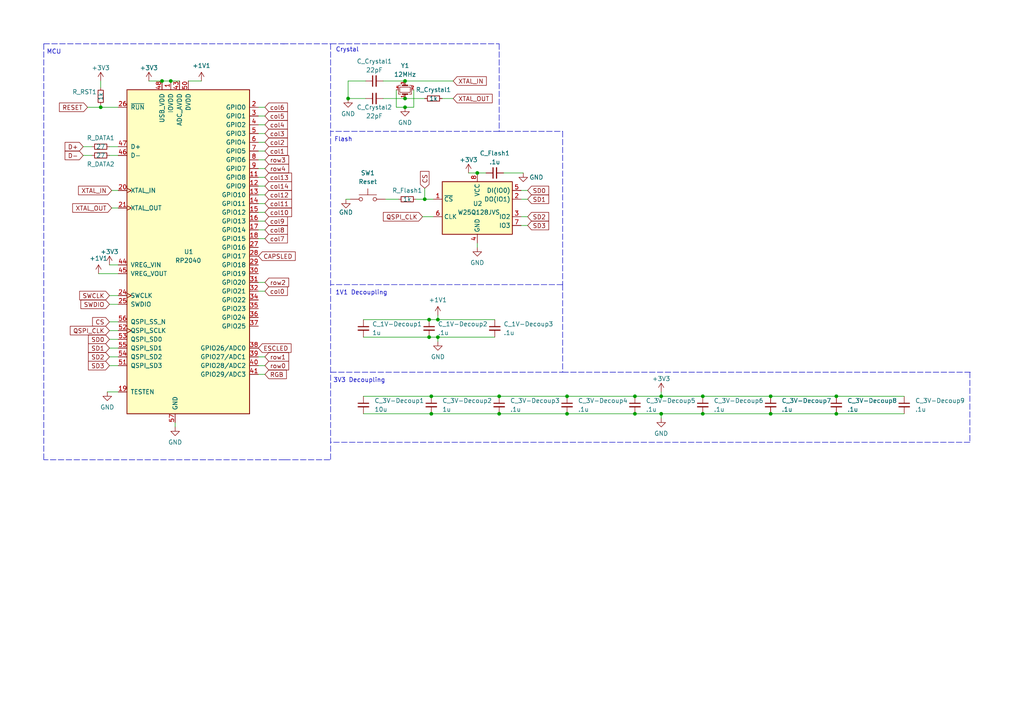
<source format=kicad_sch>
(kicad_sch (version 20211123) (generator eeschema)
  (paper "A4")
  (title_block (title "SST60 - Multi-layout 60% pcb") (date "2022-07-25") (rev "1.0"))
  (lib_symbols
    (symbol "Device:C_Small" (pin_numbers hide) (pin_names (offset 0.254) hide)
      (property "Reference" "C" (at 0.254 1.778 0))
      (property "Value" "C_Small" (at 0.254 -2.032 0))
      (symbol "C_Small_0_1"
        (polyline (pts (xy -1.524 -0.508) (xy 1.524 -0.508)) (stroke (width 0.3302)))
        (polyline (pts (xy -1.524 0.508) (xy 1.524 0.508)) (stroke (width 0.3048)))
      )
      (symbol "C_Small_1_1"
        (pin passive line (at 0 2.54 270) (length 2.032) (name "~") (number "1"))
        (pin passive line (at 0 -2.54 90) (length 2.032) (name "~") (number "2"))
      )
    )
    (symbol "Device:Crystal_GND24_Small" (pin_names (offset 1.016) hide)
      (property "Reference" "Y" (at 1.27 4.445 0))
      (property "Value" "Crystal_GND24_Small" (at 1.27 2.54 0))
      (symbol "Crystal_GND24_Small_0_1"
        (rectangle (start -0.762 -1.524) (end 0.762 1.524))
        (polyline (pts (xy -1.27 -0.762) (xy -1.27 0.762)) (stroke (width 0.381)))
        (polyline (pts (xy 1.27 -0.762) (xy 1.27 0.762)) (stroke (width 0.381)))
        (polyline (pts (xy -1.27 -1.27) (xy -1.27 -1.905) (xy 1.27 -1.905) (xy 1.27 -1.27)))
        (polyline (pts (xy -1.27 1.27) (xy -1.27 1.905) (xy 1.27 1.905) (xy 1.27 1.27)))
      )
      (symbol "Crystal_GND24_Small_1_1"
        (pin passive line (at -2.54 0 0) (length 1.27) (name "1") (number "1"))
        (pin passive line (at 0 -2.54 90) (length 0.635) (name "2") (number "2"))
        (pin passive line (at 2.54 0 180) (length 1.27) (name "3") (number "3"))
        (pin passive line (at 0 2.54 270) (length 0.635) (name "4") (number "4"))
      )
    )
    (symbol "Device:R_Small" (pin_numbers hide) (pin_names (offset 0.254) hide)
      (property "Reference" "R" (at 0.762 0.508 0))
      (property "Value" "R_Small" (at 0.762 -1.016 0))
      (symbol "R_Small_0_1"
        (rectangle (start -0.762 1.778) (end 0.762 -1.778) (stroke (width 0.2032)))
      )
      (symbol "R_Small_1_1"
        (pin passive line (at 0 2.54 270) (length 0.762) (name "~") (number "1"))
        (pin passive line (at 0 -2.54 90) (length 0.762) (name "~") (number "2"))
      )
    )
    (symbol "Memory_Flash:W25Q128JVS"
      (property "Reference" "U" (at -8.89 8.89 0))
      (property "Value" "W25Q128JVS" (at 7.62 8.89 0))
      (symbol "W25Q128JVS_0_1"
        (rectangle (start -10.16 7.62) (end 10.16 -7.62) (stroke (width 0.254)) (fill (type background)))
      )
      (symbol "W25Q128JVS_1_1"
        (pin input line (at -12.7 2.54 0) (length 2.54) (name "~{CS}") (number "1"))
        (pin bidirectional line (at 12.7 2.54 180) (length 2.54) (name "DO(IO1)") (number "2"))
        (pin bidirectional line (at 12.7 -2.54 180) (length 2.54) (name "IO2") (number "3"))
        (pin power_in line (at 0 -10.16 90) (length 2.54) (name "GND") (number "4"))
        (pin bidirectional line (at 12.7 5.08 180) (length 2.54) (name "DI(IO0)") (number "5"))
        (pin input line (at -12.7 -2.54 0) (length 2.54) (name "CLK") (number "6"))
        (pin bidirectional line (at 12.7 -5.08 180) (length 2.54) (name "IO3") (number "7"))
        (pin power_in line (at 0 10.16 270) (length 2.54) (name "VCC") (number "8"))
      )
    )
    (symbol "Switch:SW_Push" (pin_numbers hide) (pin_names (offset 1.016) hide)
      (property "Reference" "SW" (at 1.27 2.54 0))
      (property "Value" "SW_Push" (at 0 -1.524 0))
      (symbol "SW_Push_0_1"
        (circle (center -2.032 0) (radius 0.508))
        (polyline (pts (xy 0 1.27) (xy 0 3.048)))
        (polyline (pts (xy 2.54 1.27) (xy -2.54 1.27)))
        (circle (center 2.032 0) (radius 0.508))
        (pin passive line (at -5.08 0 0) (length 2.54) (name "1") (number "1"))
        (pin passive line (at 5.08 0 180) (length 2.54) (name "2") (number "2"))
      )
    )
    (symbol "cipulot_parts:RP2040" (pin_names (offset 1.016))
      (property "Reference" "U" (at 8.89 51.435 0))
      (property "Value" "RP2040" (at 8.89 48.895 0))
      (symbol "RP2040_0_0"
        (rectangle (start -17.78 -45.72) (end 17.78 48.26) (stroke (width 0.254)) (fill (type background)))
      )
      (symbol "RP2040_1_1"
        (pin power_in line (at -5.08 50.8 270) (length 2.54) (name "IOVDD") (number "1"))
        (pin power_in line (at -5.08 50.8 270) (length 2.54) hide (name "IOVDD") (number "10"))
        (pin input line (at 20.32 22.86 180) (length 2.54) (name "GPIO8") (number "11"))
        (pin input line (at 20.32 20.32 180) (length 2.54) (name "GPIO9") (number "12"))
        (pin input line (at 20.32 17.78 180) (length 2.54) (name "GPIO10") (number "13"))
        (pin input line (at 20.32 15.24 180) (length 2.54) (name "GPIO11") (number "14"))
        (pin input line (at 20.32 12.7 180) (length 2.54) (name "GPIO12") (number "15"))
        (pin input line (at 20.32 10.16 180) (length 2.54) (name "GPIO13") (number "16"))
        (pin input line (at 20.32 7.62 180) (length 2.54) (name "GPIO14") (number "17"))
        (pin input line (at 20.32 5.08 180) (length 2.54) (name "GPIO15") (number "18"))
        (pin input line (at -20.32 -39.37 0) (length 2.54) (name "TESTEN") (number "19"))
        (pin input line (at 20.32 43.18 180) (length 2.54) (name "GPIO0") (number "2"))
        (pin input clock (at -20.32 19.05 0) (length 2.54) (name "XTAL_IN") (number "20"))
        (pin input clock (at -20.32 13.97 0) (length 2.54) (name "XTAL_OUT") (number "21"))
        (pin power_in line (at -5.08 50.8 270) (length 2.54) hide (name "IOVDD") (number "22"))
        (pin power_in line (at 0 50.8 270) (length 2.54) hide (name "DVDD") (number "23"))
        (pin input clock (at -20.32 -11.43 0) (length 2.54) (name "SWCLK") (number "24"))
        (pin bidirectional line (at -20.32 -13.97 0) (length 2.54) (name "SWDIO") (number "25"))
        (pin input line (at -20.32 43.18 0) (length 2.54) (name "~{RUN}") (number "26"))
        (pin input line (at 20.32 2.54 180) (length 2.54) (name "GPIO16") (number "27"))
        (pin input line (at 20.32 0 180) (length 2.54) (name "GPIO17") (number "28"))
        (pin input line (at 20.32 -2.54 180) (length 2.54) (name "GPIO18") (number "29"))
        (pin input line (at 20.32 40.64 180) (length 2.54) (name "GPIO1") (number "3"))
        (pin input line (at 20.32 -5.08 180) (length 2.54) (name "GPIO19") (number "30"))
        (pin input line (at 20.32 -7.62 180) (length 2.54) (name "GPIO20") (number "31"))
        (pin input line (at 20.32 -10.16 180) (length 2.54) (name "GPIO21") (number "32"))
        (pin power_in line (at -5.08 50.8 270) (length 2.54) hide (name "IOVDD") (number "33"))
        (pin input line (at 20.32 -12.7 180) (length 2.54) (name "GPIO22") (number "34"))
        (pin input line (at 20.32 -15.24 180) (length 2.54) (name "GPIO23") (number "35"))
        (pin input line (at 20.32 -17.78 180) (length 2.54) (name "GPIO24") (number "36"))
        (pin input line (at 20.32 -20.32 180) (length 2.54) (name "GPIO25") (number "37"))
        (pin input line (at 20.32 -26.67 180) (length 2.54) (name "GPIO26/ADC0") (number "38"))
        (pin input line (at 20.32 -29.21 180) (length 2.54) (name "GPIO27/ADC1") (number "39"))
        (pin input line (at 20.32 38.1 180) (length 2.54) (name "GPIO2") (number "4"))
        (pin input line (at 20.32 -31.75 180) (length 2.54) (name "GPIO28/ADC2") (number "40"))
        (pin input line (at 20.32 -34.29 180) (length 2.54) (name "GPIO29/ADC3") (number "41"))
        (pin power_in line (at -5.08 50.8 270) (length 2.54) hide (name "IOVDD") (number "42"))
        (pin power_in line (at -2.54 50.8 270) (length 2.54) (name "ADC_AVDD") (number "43"))
        (pin power_in line (at -20.32 -2.54 0) (length 2.54) (name "VREG_VIN") (number "44"))
        (pin power_out line (at -20.32 -5.08 0) (length 2.54) (name "VREG_VOUT") (number "45"))
        (pin bidirectional line (at -20.32 29.21 0) (length 2.54) (name "D-") (number "46"))
        (pin bidirectional line (at -20.32 31.75 0) (length 2.54) (name "D+") (number "47"))
        (pin power_in line (at -7.62 50.8 270) (length 2.54) (name "USB_VDD") (number "48"))
        (pin power_in line (at -5.08 50.8 270) (length 2.54) hide (name "IOVDD") (number "49"))
        (pin input line (at 20.32 35.56 180) (length 2.54) (name "GPIO3") (number "5"))
        (pin power_in line (at 0 50.8 270) (length 2.54) (name "DVDD") (number "50"))
        (pin bidirectional line (at -20.32 -31.75 0) (length 2.54) (name "QSPI_SD3") (number "51"))
        (pin input clock (at -20.32 -21.59 0) (length 2.54) (name "QSPI_SCLK") (number "52"))
        (pin bidirectional line (at -20.32 -24.13 0) (length 2.54) (name "QSPI_SD0") (number "53"))
        (pin bidirectional line (at -20.32 -29.21 0) (length 2.54) (name "QSPI_SD2") (number "54"))
        (pin bidirectional line (at -20.32 -26.67 0) (length 2.54) (name "QSPI_SD1") (number "55"))
        (pin bidirectional line (at -20.32 -19.05 0) (length 2.54) (name "QSPI_SS_N") (number "56"))
        (pin power_in line (at -3.81 -48.26 90) (length 2.54) (name "GND") (number "57"))
        (pin input line (at 20.32 33.02 180) (length 2.54) (name "GPIO4") (number "6"))
        (pin input line (at 20.32 30.48 180) (length 2.54) (name "GPIO5") (number "7"))
        (pin input line (at 20.32 27.94 180) (length 2.54) (name "GPIO6") (number "8"))
        (pin input line (at 20.32 25.4 180) (length 2.54) (name "GPIO7") (number "9"))
      )
    )
    (symbol "power:+1V1" (power) (pin_names (offset 0))
      (property "Value" "+1V1" (at 0 3.556 0))
      (symbol "+1V1_0_1"
        (polyline (pts (xy -0.762 1.27) (xy 0 2.54)))
        (polyline (pts (xy 0 0) (xy 0 2.54)))
        (polyline (pts (xy 0 2.54) (xy 0.762 1.27)))
      )
      (symbol "+1V1_1_1"
        (pin power_in line (at 0 0 90) (length 0) hide (name "+1V1") (number "1"))
      )
    )
    (symbol "power:+3V3" (power) (pin_names (offset 0))
      (property "Value" "+3V3" (at 0 3.556 0))
      (symbol "+3V3_0_1"
        (polyline (pts (xy -0.762 1.27) (xy 0 2.54)))
        (polyline (pts (xy 0 0) (xy 0 2.54)))
        (polyline (pts (xy 0 2.54) (xy 0.762 1.27)))
      )
      (symbol "+3V3_1_1"
        (pin power_in line (at 0 0 90) (length 0) hide (name "+3V3") (number "1"))
      )
    )
    (symbol "power:GND" (power) (pin_names (offset 0))
      (property "Value" "GND" (at 0 -3.81 0))
      (symbol "GND_0_1"
        (polyline (pts (xy 0 0) (xy 0 -1.27) (xy 1.27 -1.27) (xy 0 -2.54) (xy -1.27 -1.27) (xy 0 -1.27)))
      )
      (symbol "GND_1_1"
        (pin power_in line (at 0 0 270) (length 0) hide (name "GND") (number "1"))
      )
    )
  )
  (junction (at 223.52 120.015))
  (junction (at 144.78 114.935))
  (junction (at 184.15 114.935))
  (junction (at 138.43 50.165))
  (junction (at 117.475 28.575))
  (junction (at 203.835 114.935))
  (junction (at 49.53 23.495))
  (junction (at 164.465 120.015))
  (junction (at 127 92.71))
  (junction (at 127 97.79))
  (junction (at 117.475 31.115))
  (junction (at 29.21 31.115))
  (junction (at 164.465 114.935))
  (junction (at 191.77 120.015))
  (junction (at 125.095 120.015))
  (junction (at 124.46 97.79))
  (junction (at 125.095 114.935))
  (junction (at 144.78 120.015))
  (junction (at 242.57 114.935))
  (junction (at 191.77 114.935))
  (junction (at 203.835 120.015))
  (junction (at 46.99 23.495))
  (junction (at 124.46 92.71))
  (junction (at 223.52 114.935))
  (junction (at 123.19 57.785))
  (junction (at 100.965 28.575))
  (junction (at 242.57 120.015))
  (junction (at 184.15 120.015))
  (junction (at 117.475 23.495))
  (polyline (pts (xy 163.195 107.95) (xy 281.94 107.95)))
  (wire (pts (xy 31.75 85.725) (xy 34.29 85.725)))
  (wire (pts (xy 111.125 28.575) (xy 117.475 28.575)))
  (wire (pts (xy 125.095 114.935) (xy 144.78 114.935)))
  (wire (pts (xy 122.555 62.865) (xy 125.73 62.865)))
  (wire (pts (xy 31.75 88.265) (xy 34.29 88.265)))
  (wire (pts (xy 127 97.79) (xy 143.51 97.79)))
  (wire (pts (xy 29.21 31.115) (xy 34.29 31.115)))
  (wire (pts (xy 242.57 120.015) (xy 262.255 120.015)))
  (wire (pts (xy 111.125 23.495) (xy 117.475 23.495)))
  (wire (pts (xy 74.93 53.975) (xy 76.835 53.975)))
  (wire (pts (xy 151.13 55.245) (xy 153.035 55.245)))
  (wire (pts (xy 74.93 64.135) (xy 76.835 64.135)))
  (wire (pts (xy 31.75 103.505) (xy 34.29 103.505)))
  (wire (pts (xy 191.77 114.935) (xy 203.835 114.935)))
  (wire (pts (xy 120.015 31.115) (xy 117.475 31.115)))
  (wire (pts (xy 28.575 79.375) (xy 34.29 79.375)))
  (wire (pts (xy 138.43 50.165) (xy 140.97 50.165)))
  (wire (pts (xy 31.75 42.545) (xy 34.29 42.545)))
  (wire (pts (xy 43.18 23.495) (xy 46.99 23.495)))
  (wire (pts (xy 31.75 100.965) (xy 34.29 100.965)))
  (wire (pts (xy 105.41 120.015) (xy 125.095 120.015)))
  (polyline (pts (xy 144.78 12.7) (xy 144.78 38.1)))
  (wire (pts (xy 100.965 28.575) (xy 100.965 23.495)))
  (polyline (pts (xy 144.78 38.1) (xy 95.885 38.1)))
  (wire (pts (xy 24.13 42.545) (xy 26.67 42.545)))
  (wire (pts (xy 32.385 60.325) (xy 34.29 60.325)))
  (wire (pts (xy 127 92.71) (xy 143.51 92.71)))
  (wire (pts (xy 74.93 41.275) (xy 76.835 41.275)))
  (wire (pts (xy 74.93 59.055) (xy 76.835 59.055)))
  (wire (pts (xy 74.93 43.815) (xy 76.835 43.815)))
  (wire (pts (xy 74.93 84.455) (xy 76.835 84.455)))
  (wire (pts (xy 74.93 81.915) (xy 76.835 81.915)))
  (wire (pts (xy 50.8 122.555) (xy 50.8 123.825)))
  (polyline (pts (xy 163.195 38.1) (xy 163.195 82.55)))
  (wire (pts (xy 49.53 23.495) (xy 52.07 23.495)))
  (wire (pts (xy 203.835 114.935) (xy 223.52 114.935)))
  (wire (pts (xy 46.99 23.495) (xy 49.53 23.495)))
  (wire (pts (xy 29.21 23.495) (xy 29.21 25.4)))
  (polyline (pts (xy 82.55 133.35) (xy 12.7 133.35)))
  (wire (pts (xy 74.93 51.435) (xy 76.835 51.435)))
  (wire (pts (xy 125.095 120.015) (xy 144.78 120.015)))
  (wire (pts (xy 32.385 55.245) (xy 34.29 55.245)))
  (polyline (pts (xy 163.195 82.55) (xy 163.195 107.95)))
  (wire (pts (xy 135.89 50.165) (xy 138.43 50.165)))
  (wire (pts (xy 74.93 103.505) (xy 76.835 103.505)))
  (wire (pts (xy 31.75 98.425) (xy 34.29 98.425)))
  (wire (pts (xy 111.76 57.785) (xy 115.57 57.785)))
  (wire (pts (xy 24.13 45.085) (xy 26.67 45.085)))
  (wire (pts (xy 164.465 120.015) (xy 184.15 120.015)))
  (wire (pts (xy 105.41 114.935) (xy 125.095 114.935)))
  (wire (pts (xy 74.93 48.895) (xy 76.835 48.895)))
  (wire (pts (xy 144.78 120.015) (xy 164.465 120.015)))
  (wire (pts (xy 100.33 57.785) (xy 101.6 57.785)))
  (wire (pts (xy 74.93 31.115) (xy 76.835 31.115)))
  (wire (pts (xy 31.75 45.085) (xy 34.29 45.085)))
  (wire (pts (xy 31.75 106.045) (xy 34.29 106.045)))
  (wire (pts (xy 100.965 23.495) (xy 106.045 23.495)))
  (wire (pts (xy 138.43 70.485) (xy 138.43 71.755)))
  (wire (pts (xy 74.93 36.195) (xy 76.835 36.195)))
  (wire (pts (xy 74.93 33.655) (xy 76.835 33.655)))
  (wire (pts (xy 151.13 57.785) (xy 153.035 57.785)))
  (wire (pts (xy 191.77 120.015) (xy 203.835 120.015)))
  (wire (pts (xy 184.15 120.015) (xy 191.77 120.015)))
  (polyline (pts (xy 82.55 133.35) (xy 95.885 133.35)))
  (polyline (pts (xy 163.195 82.55) (xy 95.885 82.55)))
  (wire (pts (xy 128.27 28.575) (xy 131.445 28.575)))
  (wire (pts (xy 127 91.44) (xy 127 92.71)))
  (wire (pts (xy 123.19 54.61) (xy 123.19 57.785)))
  (wire (pts (xy 127 97.79) (xy 127 99.06)))
  (polyline (pts (xy 144.78 38.1) (xy 163.195 38.1)))
  (polyline (pts (xy 12.7 12.7) (xy 12.7 133.35)))
  (wire (pts (xy 151.13 62.865) (xy 153.035 62.865)))
  (wire (pts (xy 74.93 38.735) (xy 76.835 38.735)))
  (wire (pts (xy 74.93 61.595) (xy 76.835 61.595)))
  (wire (pts (xy 117.475 23.495) (xy 131.445 23.495)))
  (wire (pts (xy 74.93 56.515) (xy 76.835 56.515)))
  (wire (pts (xy 191.77 113.665) (xy 191.77 114.935)))
  (wire (pts (xy 31.75 95.885) (xy 34.29 95.885)))
  (wire (pts (xy 123.19 57.785) (xy 125.73 57.785)))
  (wire (pts (xy 124.46 92.71) (xy 127 92.71)))
  (polyline (pts (xy 95.885 12.7) (xy 95.885 133.35)))
  (wire (pts (xy 242.57 114.935) (xy 262.255 114.935)))
  (wire (pts (xy 151.13 65.405) (xy 153.035 65.405)))
  (polyline (pts (xy 81.915 12.7) (xy 95.885 12.7)))
  (wire (pts (xy 223.52 114.935) (xy 242.57 114.935)))
  (wire (pts (xy 29.21 30.48) (xy 29.21 31.115)))
  (wire (pts (xy 25.4 31.115) (xy 29.21 31.115)))
  (wire (pts (xy 144.78 114.935) (xy 164.465 114.935)))
  (polyline (pts (xy 12.7 12.7) (xy 82.55 12.7)))
  (wire (pts (xy 31.75 76.835) (xy 34.29 76.835)))
  (wire (pts (xy 164.465 114.935) (xy 184.15 114.935)))
  (wire (pts (xy 105.41 97.79) (xy 124.46 97.79)))
  (wire (pts (xy 105.41 92.71) (xy 124.46 92.71)))
  (wire (pts (xy 117.475 28.575) (xy 123.19 28.575)))
  (wire (pts (xy 100.965 28.575) (xy 106.045 28.575)))
  (wire (pts (xy 31.75 93.345) (xy 34.29 93.345)))
  (wire (pts (xy 120.65 57.785) (xy 123.19 57.785)))
  (polyline (pts (xy 281.305 107.95) (xy 281.305 128.27)))
  (wire (pts (xy 203.835 120.015) (xy 223.52 120.015)))
  (wire (pts (xy 74.93 46.355) (xy 76.835 46.355)))
  (wire (pts (xy 223.52 120.015) (xy 242.57 120.015)))
  (polyline (pts (xy 281.305 128.27) (xy 95.885 128.27)))
  (wire (pts (xy 114.935 26.035) (xy 114.935 31.115)))
  (wire (pts (xy 120.015 26.035) (xy 120.015 31.115)))
  (wire (pts (xy 74.93 66.675) (xy 76.835 66.675)))
  (wire (pts (xy 54.61 23.495) (xy 58.42 23.495)))
  (wire (pts (xy 74.93 69.215) (xy 76.835 69.215)))
  (wire (pts (xy 184.15 114.935) (xy 191.77 114.935)))
  (wire (pts (xy 74.93 106.045) (xy 76.835 106.045)))
  (wire (pts (xy 31.115 113.665) (xy 34.29 113.665)))
  (wire (pts (xy 74.93 108.585) (xy 76.835 108.585)))
  (wire (pts (xy 191.77 121.285) (xy 191.77 120.015)))
  (wire (pts (xy 124.46 97.79) (xy 127 97.79)))
  (wire (pts (xy 114.935 31.115) (xy 117.475 31.115)))
  (polyline (pts (xy 95.885 12.7) (xy 144.78 12.7)))
  (wire (pts (xy 146.05 50.165) (xy 151.765 50.165)))
  (polyline (pts (xy 95.885 107.95) (xy 163.195 107.95)))
  (text "Flash\n" (at 102.235 41.275 180) (effects (font (size 1.27 1.27)) (justify right bottom)))
  (text "MCU\n" (at 17.78 15.875 180) (effects (font (size 1.27 1.27)) (justify right bottom)))
  (text "Crystal\n" (at 104.14 15.24 180) (effects (font (size 1.27 1.27)) (justify right bottom)))
  (text "3V3 Decoupling" (at 111.76 111.125 180) (effects (font (size 1.27 1.27)) (justify right bottom)))
  (text "1V1 Decoupling" (at 112.395 85.725 180) (effects (font (size 1.27 1.27)) (justify right bottom)))
  (global_label "col7" (shape input) (at 76.835 69.215 0) (property "Intersheet References" "${INTERSHEET_REFS}" (effects hide)))
  (global_label "col14" (shape input) (at 76.835 53.975 0) (property "Intersheet References" "${INTERSHEET_REFS}" (effects hide)))
  (global_label "XTAL_OUT" (shape input) (at 32.385 60.325 180) (property "Intersheet References" "${INTERSHEET_REFS}" (effects hide)))
  (global_label "col8" (shape input) (at 76.835 66.675 0) (property "Intersheet References" "${INTERSHEET_REFS}" (effects hide)))
  (global_label "col0" (shape input) (at 76.835 84.455 0) (property "Intersheet References" "${INTERSHEET_REFS}" (effects hide)))
  (global_label "ESCLED" (shape input) (at 74.93 100.965 0) (property "Intersheet References" "${INTERSHEET_REFS}" (effects hide)))
  (global_label "col6" (shape input) (at 76.835 31.115 0) (property "Intersheet References" "${INTERSHEET_REFS}" (effects hide)))
  (global_label "SWCLK" (shape input) (at 31.75 85.725 180) (property "Intersheet References" "${INTERSHEET_REFS}" (effects hide)))
  (global_label "col1" (shape input) (at 76.835 43.815 0) (property "Intersheet References" "${INTERSHEET_REFS}" (effects hide)))
  (global_label "SD1" (shape input) (at 153.035 57.785 0) (property "Intersheet References" "${INTERSHEET_REFS}" (effects hide)))
  (global_label "SD3" (shape input) (at 153.035 65.405 0) (property "Intersheet References" "${INTERSHEET_REFS}" (effects hide)))
  (global_label "row2" (shape input) (at 76.835 81.915 0) (property "Intersheet References" "${INTERSHEET_REFS}" (effects hide)))
  (global_label "D-" (shape input) (at 24.13 45.085 180) (property "Intersheet References" "${INTERSHEET_REFS}" (effects hide)))
  (global_label "XTAL_IN" (shape input) (at 131.445 23.495 0) (property "Intersheet References" "${INTERSHEET_REFS}" (effects hide)))
  (global_label "SD2" (shape input) (at 153.035 62.865 0) (property "Intersheet References" "${INTERSHEET_REFS}" (effects hide)))
  (global_label "col13" (shape input) (at 76.835 51.435 0) (property "Intersheet References" "${INTERSHEET_REFS}" (effects hide)))
  (global_label "D+" (shape input) (at 24.13 42.545 180) (property "Intersheet References" "${INTERSHEET_REFS}" (effects hide)))
  (global_label "SD0" (shape input) (at 31.75 98.425 180) (property "Intersheet References" "${INTERSHEET_REFS}" (effects hide)))
  (global_label "QSPI_CLK" (shape input) (at 122.555 62.865 180) (property "Intersheet References" "${INTERSHEET_REFS}" (effects hide)))
  (global_label "SWDIO" (shape input) (at 31.75 88.265 180) (property "Intersheet References" "${INTERSHEET_REFS}" (effects hide)))
  (global_label "row4" (shape input) (at 76.835 48.895 0) (property "Intersheet References" "${INTERSHEET_REFS}" (effects hide)))
  (global_label "col2" (shape input) (at 76.835 41.275 0) (property "Intersheet References" "${INTERSHEET_REFS}" (effects hide)))
  (global_label "row0" (shape input) (at 76.835 106.045 0) (property "Intersheet References" "${INTERSHEET_REFS}" (effects hide)))
  (global_label "row3" (shape input) (at 76.835 46.355 0) (property "Intersheet References" "${INTERSHEET_REFS}" (effects hide)))
  (global_label "QSPI_CLK" (shape input) (at 31.75 95.885 180) (property "Intersheet References" "${INTERSHEET_REFS}" (effects hide)))
  (global_label "row1" (shape input) (at 76.835 103.505 0) (property "Intersheet References" "${INTERSHEET_REFS}" (effects hide)))
  (global_label "SD0" (shape input) (at 153.035 55.245 0) (property "Intersheet References" "${INTERSHEET_REFS}" (effects hide)))
  (global_label "col10" (shape input) (at 76.835 61.595 0) (property "Intersheet References" "${INTERSHEET_REFS}" (effects hide)))
  (global_label "col3" (shape input) (at 76.835 38.735 0) (property "Intersheet References" "${INTERSHEET_REFS}" (effects hide)))
  (global_label "col12" (shape input) (at 76.835 56.515 0) (property "Intersheet References" "${INTERSHEET_REFS}" (effects hide)))
  (global_label "XTAL_IN" (shape input) (at 32.385 55.245 180) (property "Intersheet References" "${INTERSHEET_REFS}" (effects hide)))
  (global_label "col9" (shape input) (at 76.835 64.135 0) (property "Intersheet References" "${INTERSHEET_REFS}" (effects hide)))
  (global_label "CS" (shape input) (at 123.19 54.61 90) (property "Intersheet References" "${INTERSHEET_REFS}" (effects hide)))
  (global_label "SD3" (shape input) (at 31.75 106.045 180) (property "Intersheet References" "${INTERSHEET_REFS}" (effects hide)))
  (global_label "CAPSLED" (shape input) (at 74.93 74.295 0) (property "Intersheet References" "${INTERSHEET_REFS}" (effects hide)))
  (global_label "RESET" (shape input) (at 25.4 31.115 180) (property "Intersheet References" "${INTERSHEET_REFS}" (effects hide)))
  (global_label "XTAL_OUT" (shape input) (at 131.445 28.575 0) (property "Intersheet References" "${INTERSHEET_REFS}" (effects hide)))
  (global_label "RGB" (shape input) (at 76.835 108.585 0) (property "Intersheet References" "${INTERSHEET_REFS}" (effects hide)))
  (global_label "SD1" (shape input) (at 31.75 100.965 180) (property "Intersheet References" "${INTERSHEET_REFS}" (effects hide)))
  (global_label "CS" (shape input) (at 31.75 93.345 180) (property "Intersheet References" "${INTERSHEET_REFS}" (effects hide)))
  (global_label "col4" (shape input) (at 76.835 36.195 0) (property "Intersheet References" "${INTERSHEET_REFS}" (effects hide)))
  (global_label "col11" (shape input) (at 76.835 59.055 0) (property "Intersheet References" "${INTERSHEET_REFS}" (effects hide)))
  (global_label "SD2" (shape input) (at 31.75 103.505 180) (property "Intersheet References" "${INTERSHEET_REFS}" (effects hide)))
  (global_label "col5" (shape input) (at 76.835 33.655 0) (property "Intersheet References" "${INTERSHEET_REFS}" (effects hide)))
  (symbol (lib_id "Device:R_Small") (at 118.11 57.785 90) (unit 1)
    (property "Reference" "R_Flash1" (at 118.11 55.245 90))
    (property "Value" "1k" (at 118.11 57.785 90))
    (property "Footprint" "Resistor_SMD:R_0402_1005Metric" (effects hide))
  )
  (symbol (lib_id "power:+3V3") (at 191.77 113.665 0) (unit 1)
    (property "Reference" "#PWR0118" (effects hide))
    (property "Value" "+3V3" (at 191.77 109.855 0))
  )
  (symbol (lib_id "power:GND") (at 117.475 31.115 0) (unit 1)
    (property "Reference" "#PWR0109" (effects hide))
    (property "Value" "GND" (at 117.475 35.56 0))
  )
  (symbol (lib_id "power:GND") (at 50.8 123.825 0) (unit 1)
    (property "Reference" "#PWR0105" (effects hide))
    (property "Value" "GND" (at 50.8 128.27 0))
  )
  (symbol (lib_id "Device:C_Small") (at 184.15 117.475 0) (unit 1)
    (property "Reference" "C_3V-Decoup5" (at 187.325 116.2112 0) (effects (justify left)))
    (property "Value" ".1u" (at 187.325 118.7512 0) (effects (justify left)))
    (property "Footprint" "Capacitor_SMD:C_0402_1005Metric" (effects hide))
  )
  (symbol (lib_id "Device:Crystal_GND24_Small") (at 117.475 26.035 90) (unit 1)
    (property "Reference" "Y1" (at 117.475 19.05 90))
    (property "Value" "12MHz" (at 117.475 21.59 90))
    (property "Footprint" "Crystal:Crystal_SMD_3225-4Pin_3.2x2.5mm" (effects hide))
  )
  (symbol (lib_id "Device:C_Small") (at 124.46 95.25 0) (unit 1)
    (property "Reference" "C_1V-Decoup2" (at 127 93.9862 0) (effects (justify left)))
    (property "Value" ".1u" (at 127 96.5262 0) (effects (justify left)))
    (property "Footprint" "Capacitor_SMD:C_0402_1005Metric" (effects hide))
  )
  (symbol (lib_id "power:GND") (at 191.77 121.285 0) (unit 1)
    (property "Reference" "#PWR0117" (effects hide))
    (property "Value" "GND" (at 191.77 125.73 0))
  )
  (symbol (lib_id "power:GND") (at 151.765 50.165 0) (unit 1)
    (property "Reference" "#PWR0113" (effects hide))
    (property "Value" "GND" (at 155.575 51.435 0))
  )
  (symbol (lib_id "power:+3V3") (at 43.18 23.495 0) (unit 1)
    (property "Reference" "#PWR0106" (effects hide))
    (property "Value" "+3V3" (at 43.18 19.685 0))
  )
  (symbol (lib_id "Memory_Flash:W25Q128JVS") (at 138.43 60.325 0) (unit 1)
    (property "Reference" "U2" (at 137.16 59.055 0) (effects (justify left)))
    (property "Value" "W25Q128JVS" (at 132.715 61.595 0) (effects (justify left)))
    (property "Footprint" "Package_SO:SOIC-8_5.23x5.23mm_P1.27mm" (effects hide))
    (property "Datasheet" "http://www.winbond.com/resource-files/w25q128jv_dtr%20revc%2003272018%20plus.pdf" (effects hide))
  )
  (symbol (lib_id "Device:R_Small") (at 29.21 27.94 0) (unit 1)
    (property "Reference" "R_RST1" (at 20.955 26.67 0) (effects (justify left)))
    (property "Value" "1k" (at 29.21 29.21 90) (effects (justify left)))
    (property "Footprint" "Resistor_SMD:R_0402_1005Metric" (effects hide))
  )
  (symbol (lib_id "power:+1V1") (at 28.575 79.375 0) (unit 1)
    (property "Reference" "#PWR0103" (effects hide))
    (property "Value" "+1V1" (at 28.575 74.93 0))
  )
  (symbol (lib_id "Device:R_Small") (at 29.21 45.085 90) (unit 1)
    (property "Reference" "R_DATA2" (at 29.21 47.625 90))
    (property "Value" "27" (at 29.21 45.085 90))
    (property "Footprint" "Resistor_SMD:R_0402_1005Metric" (effects hide))
  )
  (symbol (lib_id "Device:C_Small") (at 108.585 23.495 90) (unit 1)
    (property "Reference" "C_Crystal1" (at 108.585 17.78 90))
    (property "Value" "22pF" (at 108.585 20.32 90))
    (property "Footprint" "Capacitor_SMD:C_0402_1005Metric" (effects hide))
  )
  (symbol (lib_id "Device:C_Small") (at 242.57 117.475 0) (unit 1)
    (property "Reference" "C_3V-Decoup8" (at 245.745 116.2112 0) (effects (justify left)))
    (property "Value" ".1u" (at 245.745 118.7512 0) (effects (justify left)))
    (property "Footprint" "Capacitor_SMD:C_0402_1005Metric" (effects hide))
  )
  (symbol (lib_id "power:GND") (at 31.115 113.665 0) (unit 1)
    (property "Reference" "#PWR0104" (effects hide))
    (property "Value" "GND" (at 31.115 118.11 0))
  )
  (symbol (lib_id "Device:R_Small") (at 125.73 28.575 90) (unit 1)
    (property "Reference" "R_Crystal1" (at 125.73 26.035 90))
    (property "Value" "1k" (at 125.73 28.575 90))
    (property "Footprint" "Resistor_SMD:R_0402_1005Metric" (effects hide))
  )
  (symbol (lib_id "Device:C_Small") (at 105.41 95.25 0) (unit 1)
    (property "Reference" "C_1V-Decoup1" (at 107.95 93.9862 0) (effects (justify left)))
    (property "Value" "1u" (at 107.95 96.5262 0) (effects (justify left)))
    (property "Footprint" "Capacitor_SMD:C_0402_1005Metric" (effects hide))
  )
  (symbol (lib_id "power:GND") (at 100.965 28.575 0) (unit 1)
    (property "Reference" "#PWR0110" (effects hide))
    (property "Value" "GND" (at 100.965 33.02 0))
  )
  (symbol (lib_id "power:+3V3") (at 31.75 76.835 0) (unit 1)
    (property "Reference" "#PWR0102" (effects hide))
    (property "Value" "+3V3" (at 31.75 73.025 0))
  )
  (symbol (lib_id "power:GND") (at 100.33 57.785 0) (unit 1)
    (property "Reference" "#PWR0111" (effects hide))
    (property "Value" "GND" (at 100.33 61.595 0))
  )
  (symbol (lib_id "Device:C_Small") (at 164.465 117.475 0) (unit 1)
    (property "Reference" "C_3V-Decoup4" (at 167.64 116.2112 0) (effects (justify left)))
    (property "Value" ".1u" (at 167.64 118.7512 0) (effects (justify left)))
    (property "Footprint" "Capacitor_SMD:C_0402_1005Metric" (effects hide))
  )
  (symbol (lib_id "Device:C_Small") (at 125.095 117.475 0) (unit 1)
    (property "Reference" "C_3V-Decoup2" (at 128.27 116.2112 0) (effects (justify left)))
    (property "Value" "1u" (at 128.27 118.7512 0) (effects (justify left)))
    (property "Footprint" "Capacitor_SMD:C_0402_1005Metric" (effects hide))
  )
  (symbol (lib_id "Device:R_Small") (at 29.21 42.545 90) (unit 1)
    (property "Reference" "R_DATA1" (at 29.21 40.005 90))
    (property "Value" "27" (at 29.21 42.545 90))
    (property "Footprint" "Resistor_SMD:R_0402_1005Metric" (effects hide))
  )
  (symbol (lib_id "power:GND") (at 127 99.06 0) (unit 1)
    (property "Reference" "#PWR0116" (effects hide))
    (property "Value" "GND" (at 127 103.505 0))
  )
  (symbol (lib_id "Switch:SW_Push") (at 106.68 57.785 0) (unit 1)
    (property "Reference" "SW1" (at 106.68 50.165 0))
    (property "Value" "Reset" (at 106.68 52.705 0))
    (property "Footprint" "Connector_PinHeader_1.27mm:PinHeader_1x02_P1.27mm_Vertical" (effects hide))
  )
  (symbol (lib_id "Device:C_Small") (at 143.51 95.25 0) (unit 1)
    (property "Reference" "C_1V-Decoup3" (at 146.05 93.9862 0) (effects (justify left)))
    (property "Value" ".1u" (at 146.05 96.5262 0) (effects (justify left)))
    (property "Footprint" "Capacitor_SMD:C_0402_1005Metric" (effects hide))
  )
  (symbol (lib_id "power:+3V3") (at 29.21 23.495 0) (unit 1)
    (property "Reference" "#PWR0107" (effects hide))
    (property "Value" "+3V3" (at 29.21 19.685 0))
  )
  (symbol (lib_id "power:GND") (at 138.43 71.755 0) (unit 1)
    (property "Reference" "#PWR0112" (effects hide))
    (property "Value" "GND" (at 138.43 76.2 0))
  )
  (symbol (lib_id "power:+1V1") (at 58.42 23.495 0) (unit 1)
    (property "Reference" "#PWR0108" (effects hide))
    (property "Value" "+1V1" (at 58.42 19.05 0))
  )
  (symbol (lib_id "Device:C_Small") (at 223.52 117.475 0) (unit 1)
    (property "Reference" "C_3V-Decoup7" (at 226.695 116.2112 0) (effects (justify left)))
    (property "Value" ".1u" (at 226.695 118.7512 0) (effects (justify left)))
    (property "Footprint" "Capacitor_SMD:C_0402_1005Metric" (effects hide))
  )
  (symbol (lib_id "Device:C_Small") (at 262.255 117.475 0) (unit 1)
    (property "Reference" "C_3V-Decoup9" (at 265.43 116.2112 0) (effects (justify left)))
    (property "Value" ".1u" (at 265.43 118.7512 0) (effects (justify left)))
    (property "Footprint" "Capacitor_SMD:C_0402_1005Metric" (effects hide))
  )
  (symbol (lib_id "Device:C_Small") (at 203.835 117.475 0) (unit 1)
    (property "Reference" "C_3V-Decoup6" (at 207.01 116.2112 0) (effects (justify left)))
    (property "Value" ".1u" (at 207.01 118.7512 0) (effects (justify left)))
    (property "Footprint" "Capacitor_SMD:C_0402_1005Metric" (effects hide))
  )
  (symbol (lib_id "Device:C_Small") (at 144.78 117.475 0) (unit 1)
    (property "Reference" "C_3V-Decoup3" (at 147.955 116.2112 0) (effects (justify left)))
    (property "Value" ".1u" (at 147.955 118.7512 0) (effects (justify left)))
    (property "Footprint" "Capacitor_SMD:C_0402_1005Metric" (effects hide))
  )
  (symbol (lib_id "Device:C_Small") (at 105.41 117.475 0) (unit 1)
    (property "Reference" "C_3V-Decoup1" (at 108.585 116.2112 0) (effects (justify left)))
    (property "Value" "10u" (at 108.585 118.7512 0) (effects (justify left)))
    (property "Footprint" "Capacitor_SMD:C_0402_1005Metric" (effects hide))
  )
  (symbol (lib_id "power:+3V3") (at 135.89 50.165 0) (unit 1)
    (property "Reference" "#PWR0114" (effects hide))
    (property "Value" "+3V3" (at 135.89 46.355 0))
  )
  (symbol (lib_id "Device:C_Small") (at 143.51 50.165 90) (unit 1)
    (property "Reference" "C_Flash1" (at 143.51 44.45 90))
    (property "Value" ".1u" (at 143.51 46.99 90))
    (property "Footprint" "Capacitor_SMD:C_0402_1005Metric" (effects hide))
  )
  (symbol (lib_id "Device:C_Small") (at 108.585 28.575 90) (unit 1)
    (property "Reference" "C_Crystal2" (at 108.585 31.115 90))
    (property "Value" "22pF" (at 108.585 33.655 90))
    (property "Footprint" "Capacitor_SMD:C_0402_1005Metric" (effects hide))
  )
  (symbol (lib_id "power:+1V1") (at 127 91.44 0) (unit 1)
    (property "Reference" "#PWR0115" (effects hide))
    (property "Value" "+1V1" (at 127 86.995 0))
  )
  (symbol (lib_id "cipulot_parts:RP2040") (at 54.61 74.295 0) (unit 1)
    (property "Reference" "U1" (at 53.34 73.025 0) (effects (justify left)))
    (property "Value" "RP2040" (at 50.8 75.565 0) (effects (justify left)))
    (property "Footprint" "cipulot_parts:RP2040-QFN-56" (effects hide))
    (property "Datasheet" "https://datasheets.raspberrypi.com/rp2040/rp2040-datasheet.pdf" (effects hide))
  )
)
</source>
